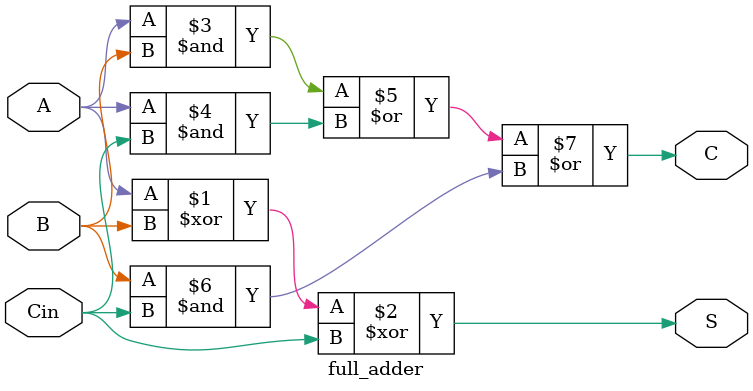
<source format=v>
module ripple_carry_adder(
    input [3:0] A,
    input [3:0] B,
    input Cin,
    output [3:0] S,
    output Cout
);

wire [3:0] C;

// Full adder for the least significant bit
full_adder FA0(
    .A(A[0]),
    .B(B[0]),
    .Cin(Cin),
    .S(S[0]),
    .C(C[0])
);

// Full adder for the second least significant bit
full_adder FA1(
    .A(A[1]),
    .B(B[1]),
    .Cin(C[0]),
    .S(S[1]),
    .C(C[1])
);

// Full adder for the second most significant bit
full_adder FA2(
    .A(A[2]),
    .B(B[2]),
    .Cin(C[1]),
    .S(S[2]),
    .C(C[2])
);

// Full adder for the most significant bit
full_adder FA3(
    .A(A[3]),
    .B(B[3]),
    .Cin(C[2]),
    .S(S[3]),
    .C(Cout)
);

endmodule


module full_adder(
    input A,
    input B,
    input Cin,
    output S,
    output C
);

assign S = A ^ B ^ Cin;
assign C = (A & B) | (A & Cin) | (B & Cin);

endmodule
</source>
